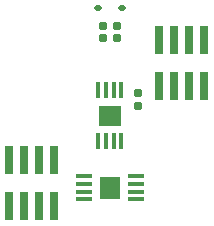
<source format=gbr>
G04 #@! TF.GenerationSoftware,KiCad,Pcbnew,9.0.3*
G04 #@! TF.CreationDate,2025-08-06T23:44:27+02:00*
G04 #@! TF.ProjectId,MADC,4d414443-2e6b-4696-9361-645f70636258,rev?*
G04 #@! TF.SameCoordinates,Original*
G04 #@! TF.FileFunction,Soldermask,Bot*
G04 #@! TF.FilePolarity,Negative*
%FSLAX46Y46*%
G04 Gerber Fmt 4.6, Leading zero omitted, Abs format (unit mm)*
G04 Created by KiCad (PCBNEW 9.0.3) date 2025-08-06 23:44:27*
%MOMM*%
%LPD*%
G01*
G04 APERTURE LIST*
G04 Aperture macros list*
%AMRoundRect*
0 Rectangle with rounded corners*
0 $1 Rounding radius*
0 $2 $3 $4 $5 $6 $7 $8 $9 X,Y pos of 4 corners*
0 Add a 4 corners polygon primitive as box body*
4,1,4,$2,$3,$4,$5,$6,$7,$8,$9,$2,$3,0*
0 Add four circle primitives for the rounded corners*
1,1,$1+$1,$2,$3*
1,1,$1+$1,$4,$5*
1,1,$1+$1,$6,$7*
1,1,$1+$1,$8,$9*
0 Add four rect primitives between the rounded corners*
20,1,$1+$1,$2,$3,$4,$5,0*
20,1,$1+$1,$4,$5,$6,$7,0*
20,1,$1+$1,$6,$7,$8,$9,0*
20,1,$1+$1,$8,$9,$2,$3,0*%
G04 Aperture macros list end*
%ADD10RoundRect,0.112500X-0.187500X-0.112500X0.187500X-0.112500X0.187500X0.112500X-0.187500X0.112500X0*%
%ADD11RoundRect,0.155000X0.212500X0.155000X-0.212500X0.155000X-0.212500X-0.155000X0.212500X-0.155000X0*%
%ADD12RoundRect,0.160000X0.197500X0.160000X-0.197500X0.160000X-0.197500X-0.160000X0.197500X-0.160000X0*%
%ADD13RoundRect,0.100000X0.100000X-0.612500X0.100000X0.612500X-0.100000X0.612500X-0.100000X-0.612500X0*%
%ADD14R,1.850000X1.730000*%
%ADD15R,0.740000X2.400000*%
%ADD16RoundRect,0.100000X0.612500X0.100000X-0.612500X0.100000X-0.612500X-0.100000X0.612500X-0.100000X0*%
%ADD17R,1.730000X1.850000*%
%ADD18RoundRect,0.155000X0.155000X-0.212500X0.155000X0.212500X-0.155000X0.212500X-0.155000X-0.212500X0*%
G04 APERTURE END LIST*
D10*
G04 #@! TO.C,D2*
X142714000Y-84201000D03*
X144814000Y-84201000D03*
G04 #@! TD*
D11*
G04 #@! TO.C,C14*
X144331500Y-85725000D03*
X143196500Y-85725000D03*
G04 #@! TD*
D12*
G04 #@! TO.C,R4*
X144361500Y-86741000D03*
X143166500Y-86741000D03*
G04 #@! TD*
D13*
G04 #@! TO.C,RN1*
X144739000Y-95507500D03*
X144089000Y-95507500D03*
X143439000Y-95507500D03*
X142789000Y-95507500D03*
X142789000Y-91182500D03*
X143439000Y-91182500D03*
X144089000Y-91182500D03*
X144739000Y-91182500D03*
D14*
X143764000Y-93345000D03*
G04 #@! TD*
D15*
G04 #@! TO.C,J1*
X151765000Y-90850000D03*
X151765000Y-86950000D03*
X150495000Y-90850000D03*
X150495000Y-86950000D03*
X149225000Y-90850000D03*
X149225000Y-86950000D03*
X147955000Y-90850000D03*
X147955000Y-86950000D03*
G04 #@! TD*
G04 #@! TO.C,J2*
X135255000Y-97110000D03*
X135255000Y-101010000D03*
X136525000Y-97110000D03*
X136525000Y-101010000D03*
X137795000Y-97110000D03*
X137795000Y-101010000D03*
X139065000Y-97110000D03*
X139065000Y-101010000D03*
G04 #@! TD*
D16*
G04 #@! TO.C,RN2*
X145926500Y-98466000D03*
X145926500Y-99116000D03*
X145926500Y-99766000D03*
X145926500Y-100416000D03*
X141601500Y-100416000D03*
X141601500Y-99766000D03*
X141601500Y-99116000D03*
X141601500Y-98466000D03*
D17*
X143764000Y-99441000D03*
G04 #@! TD*
D18*
G04 #@! TO.C,C5*
X146177000Y-92515500D03*
X146177000Y-91380500D03*
G04 #@! TD*
M02*

</source>
